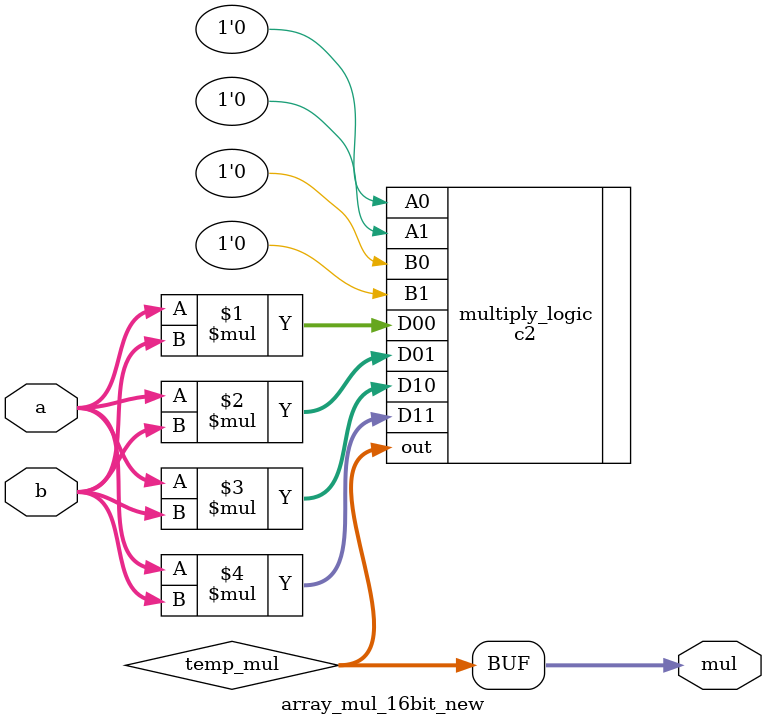
<source format=v>
module array_mul_16bit_new (
    input [7:0] a,
    input [7:0] b,
    output [15:0] mul
);
    // Using direct multiplication
    wire [15:0] temp_mul;

    c2 multiply_logic(
        .D00(a * b),
        .D01(a * b),
        .D10(a * b),
        .D11(a * b),
        .A1(1'b0),
        .B1(1'b0),
        .A0(1'b0),
        .B0(1'b0),
        .out(temp_mul)
    );

    assign mul = temp_mul;
endmodule










</source>
